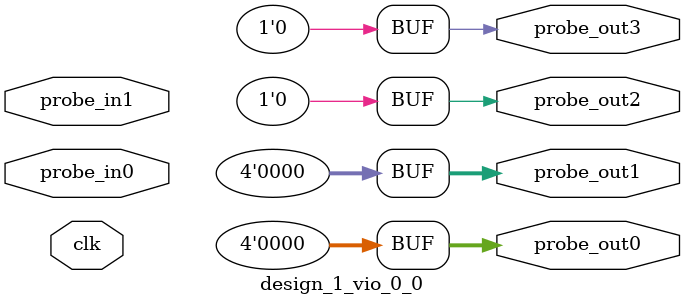
<source format=v>
`timescale 1ns / 1ps
module design_1_vio_0_0 (
clk,
probe_in0,probe_in1,
probe_out0,
probe_out1,
probe_out2,
probe_out3
);

input clk;
input [0 : 0] probe_in0;
input [0 : 0] probe_in1;

output reg [3 : 0] probe_out0 = 'h0 ;
output reg [3 : 0] probe_out1 = 'h0 ;
output reg [0 : 0] probe_out2 = 'h0 ;
output reg [0 : 0] probe_out3 = 'h0 ;


endmodule

</source>
